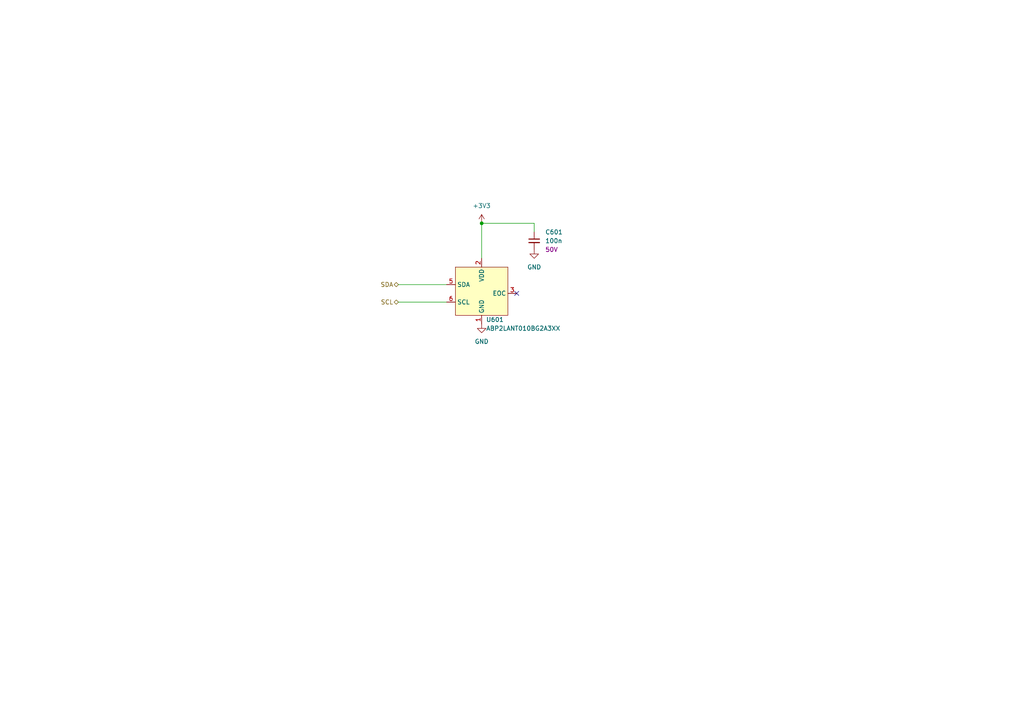
<source format=kicad_sch>
(kicad_sch (version 20230121) (generator eeschema)
  (paper "A4")
  (lib_symbols
    (symbol "Device:C_Small" (pin_numbers hide) (pin_names (offset 0.254) hide)
      (property "Reference" "C" (at 0.254 1.778 0))
      (property "Value" "C_Small" (at 0.254 -2.032 0))
      (symbol "C_Small_0_1"
        (polyline (pts (xy -1.524 -0.508) (xy 1.524 -0.508)) (stroke (width 0.3302)))
        (polyline (pts (xy -1.524 0.508) (xy 1.524 0.508)) (stroke (width 0.3048)))
      )
      (symbol "C_Small_1_1"
        (pin passive line (at 0 2.54 270) (length 2.032) (name "~") (number "1"))
        (pin passive line (at 0 -2.54 90) (length 2.032) (name "~") (number "2"))
      )
    )
    (symbol "Droid:ABP2LANT"
      (property "Reference" "U" (at 1.27 11.43 0))
      (property "Value" "ABP2LANT" (at 1.27 8.89 0))
      (symbol "ABP2LANT_1_0"
        (pin no_connect line (at -10.16 6.35 0) (length 2.54) hide (name "") (number "4"))
      )
      (symbol "ABP2LANT_1_1"
        (rectangle (start -7.62 7.62) (end 7.62 -6.35) (fill (type background)))
        (pin power_in line (at 0 -8.89 90) (length 2.54) (name "GND") (number "1"))
        (pin power_in line (at 0 10.16 270) (length 2.54) (name "VDD") (number "2"))
        (pin output line (at 10.16 0 180) (length 2.54) (name "EOC") (number "3"))
        (pin bidirectional line (at -10.16 2.54 0) (length 2.54) (name "SDA") (number "5"))
        (pin bidirectional line (at -10.16 -2.54 0) (length 2.54) (name "SCL") (number "6"))
      )
    )
    (symbol "power:+3V3" (power) (pin_names (offset 0))
      (property "Value" "+3V3" (at 0 3.556 0))
      (symbol "+3V3_0_1"
        (polyline (pts (xy -0.762 1.27) (xy 0 2.54)))
        (polyline (pts (xy 0 0) (xy 0 2.54)))
        (polyline (pts (xy 0 2.54) (xy 0.762 1.27)))
      )
      (symbol "+3V3_1_1"
        (pin power_in line (at 0 0 90) (length 0) hide (name "+3V3") (number "1"))
      )
    )
    (symbol "power:GND" (power) (pin_names (offset 0))
      (property "Value" "GND" (at 0 -3.81 0))
      (symbol "GND_0_1"
        (polyline (pts (xy 0 0) (xy 0 -1.27) (xy 1.27 -1.27) (xy 0 -2.54) (xy -1.27 -1.27) (xy 0 -1.27)))
      )
      (symbol "GND_1_1"
        (pin power_in line (at 0 0 270) (length 0) hide (name "GND") (number "1"))
      )
    )
  )
  (junction (at 139.7 64.77))
  (no_connect (at 149.86 85.09))
  (wire (pts (xy 154.94 64.77) (xy 139.7 64.77)))
  (wire (pts (xy 115.57 87.63) (xy 129.54 87.63)))
  (wire (pts (xy 154.94 67.31) (xy 154.94 64.77)))
  (wire (pts (xy 115.57 82.55) (xy 129.54 82.55)))
  (wire (pts (xy 139.7 64.77) (xy 139.7 74.93)))
  (hierarchical_label "SCL" (shape bidirectional) (at 115.57 87.63 180))
  (hierarchical_label "SDA" (shape bidirectional) (at 115.57 82.55 180))
  (symbol (lib_id "Droid:ABP2LANT") (at 139.7 85.09 0) (unit 1)
    (property "Reference" "U601" (at 140.97 92.71 0) (effects (justify left)))
    (property "Value" "ABP2LANT010BG2A3XX" (at 140.97 95.25 0) (effects (justify left)))
    (property "Footprint" "Droid:APB2LAN_SMT" (effects hide))
    (property "Datasheet" "https://prod-edam.honeywell.com/content/dam/honeywell-edam/sps/siot/en-us/products/sensors/pressure-sensors/board-mount-pressure-sensors/basic-abp2-series/documents/sps-siot-abp2-series-datasheet-32350268-en.pdf" (effects hide))
    (property "mpn" "ABP2LANT010BG2A3XX" (effects hide))
    (instances (project "movertron" (path "" (reference "U601") (unit 1)) (path "" (reference "U701") (unit 1))))
  )
  (symbol (lib_id "power:+3V3") (at 139.7 64.77 0) (unit 1)
    (property "Reference" "#PWR0601" (effects hide))
    (property "Value" "+3V3" (at 139.7 59.69 0))
    (instances (project "movertron" (path "" (reference "#PWR0601") (unit 1)) (path "" (reference "#PWR0701") (unit 1))))
  )
  (symbol (lib_id "power:GND") (at 154.94 72.39 0) (unit 1)
    (property "Reference" "#PWR0603" (effects hide))
    (property "Value" "GND" (at 154.94 77.47 0))
    (instances (project "movertron" (path "" (reference "#PWR0603") (unit 1)) (path "" (reference "#PWR0703") (unit 1))))
  )
  (symbol (lib_id "power:GND") (at 139.7 93.98 0) (unit 1)
    (property "Reference" "#PWR0602" (effects hide))
    (property "Value" "GND" (at 139.7 99.06 0))
    (instances (project "movertron" (path "" (reference "#PWR0602") (unit 1)) (path "" (reference "#PWR0702") (unit 1))))
  )
  (symbol (lib_id "Device:C_Small") (at 154.94 69.85 0) (unit 1)
    (property "Reference" "C601" (at 158.115 67.3162 0) (effects (justify left)))
    (property "Value" "100n" (at 158.115 69.8562 0) (effects (justify left)))
    (property "Footprint" "Droid:C_0603_HandSolder" (effects hide))
    (property "Rating" "50V" (at 158.115 72.3962 0) (effects (justify left)))
    (property "mpn" "CL10B104KB8NNNC" (effects hide))
    (instances (project "movertron" (path "" (reference "C601") (unit 1)) (path "" (reference "C701") (unit 1))) (project "starfish" (path "" (reference "C601") (unit 1)) (path "" (reference "C701") (unit 1))))
  )
)
</source>
